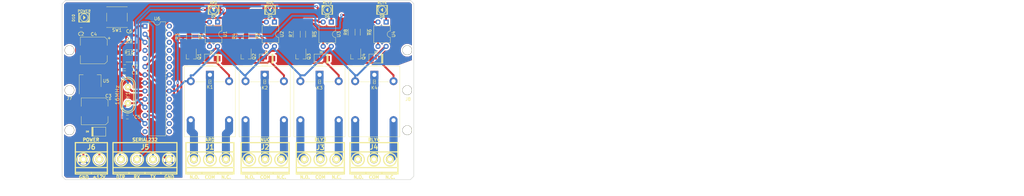
<source format=kicad_pcb>
(kicad_pcb (version 20171130) (host pcbnew "(5.0.0)")
  (layers (0 F.Cu signal) (31 B.Cu signal) (34 B.Paste user) (35 F.Paste user) (36 B.SilkS user) (37 F.SilkS user) (38 B.Mask user) (39 F.Mask user) (44 Edge.Cuts user))
  (net 0 "")
  (net 1 +5V)
  (net 2 GND)
  (net 3 "Net-(C5-Pad2)")
  (net 4 "Net-(C6-Pad2)")
  (net 5 DTR)
  (net 6 D7)
  (net 7 D6)
  (net 8 D5)
  (net 9 D4)
  (net 10 Tx)
  (net 11 Rx)
  (net 12 +12V)
  (net 13 "Net-(D1-Pad2)")
  (net 14 "Net-(D3-Pad2)")
  (net 15 "Net-(D5-Pad2)")
  (net 16 "Net-(Q1-Pad1)")
  (net 17 "Net-(D4-Pad1)")
  (net 18 "Net-(J4-Pad3)")
  (net 19 "Net-(J4-Pad1)")
  (net 20 "Net-(J4-Pad2)")
  (net 21 "Net-(R4-Pad2)")
  (net 22 "Net-(R5-Pad1)")
  (net 23 "Net-(D6-Pad1)")
  (net 24 "Net-(D7-Pad2)")
  (net 25 "Net-(D8-Pad1)")
  (net 26 "Net-(D9-Pad2)")
  (net 27 "Net-(J3-Pad3)")
  (net 28 "Net-(J3-Pad1)")
  (net 29 "Net-(J3-Pad2)")
  (net 30 "Net-(Q2-Pad1)")
  (net 31 "Net-(Q3-Pad1)")
  (net 32 "Net-(Q4-Pad1)")
  (net 33 "Net-(R8-Pad2)")
  (net 34 "Net-(D2-Pad1)")
  (net 35 "Net-(D10-Pad2)")
  (net 36 "Net-(J1-Pad2)")
  (net 37 "Net-(J1-Pad1)")
  (net 38 "Net-(J1-Pad3)")
  (net 39 "Net-(J2-Pad3)")
  (net 40 "Net-(J2-Pad1)")
  (net 41 "Net-(J2-Pad2)")
  (net 42 "Net-(R3-Pad2)")
  (net 43 "Net-(R6-Pad1)")
  (net 44 "Net-(C1-Pad2)")
  (net 45 "Net-(R1-Pad1)")
  (net 46 "Net-(R2-Pad1)")
  (net 47 "Net-(R7-Pad2)")
  (module Panasonic:JS1-5V-F (layer F.Cu) (at 166.37 83.82)
    (fp_text reference K3 (at 0 4.064) (layer F.SilkS))
    (fp_text value JS1-5V-F)
    (pad 1 thru_hole rect (at 0 0) (size 2.5 2.5) (drill 1.3) (layers *.Cu *.Mask) (net 29 "Net-(J3-Pad2)"))
    (pad 2 thru_hole oval (at -6 2) (size 2.5 2.5) (drill 1.3) (layers *.Cu *.Mask) (net 1 +5V))
    (pad 3 thru_hole oval (at -6 14.2) (size 2.5 2.5) (drill 1.3) (layers *.Cu *.Mask) (net 28 "Net-(J3-Pad1)"))
    (pad 4 thru_hole oval (at 6 14.2) (size 2.5 2.5) (drill 1.3) (layers *.Cu *.Mask) (net 27 "Net-(J3-Pad3)"))
    (pad 5 thru_hole oval (at 6 2) (size 2.5 2.5) (drill 1.3) (layers *.Cu *.Mask) (net 15 "Net-(D5-Pad2)"))
  )
  (module Panasonic:JS1-5V-F (layer F.Cu) (at 183.515 83.82)
    (fp_text reference K4 (at 0 4.064) (layer F.SilkS))
    (fp_text value JS1-5V-F)
    (pad 5 thru_hole oval (at 6 2) (size 2.5 2.5) (drill 1.3) (layers *.Cu *.Mask) (net 24 "Net-(D7-Pad2)"))
    (pad 4 thru_hole oval (at 6 14.2) (size 2.5 2.5) (drill 1.3) (layers *.Cu *.Mask) (net 18 "Net-(J4-Pad3)"))
    (pad 3 thru_hole oval (at -6 14.2) (size 2.5 2.5) (drill 1.3) (layers *.Cu *.Mask) (net 19 "Net-(J4-Pad1)"))
    (pad 2 thru_hole oval (at -6 2) (size 2.5 2.5) (drill 1.3) (layers *.Cu *.Mask) (net 1 +5V))
    (pad 1 thru_hole rect (at 0 0) (size 2.5 2.5) (drill 1.3) (layers *.Cu *.Mask) (net 20 "Net-(J4-Pad2)"))
  )
  (module Resistors_SMD:R_1206_HandSoldering (layer F.Cu) (at 145.288 71.66 270)
    (fp_text reference R2 (at 0 -1.85 270) (layer F.SilkS))
    (fp_text value 10K)
    (pad 1 smd rect (at -2 0 270) (size 2 1.7) (layers F.Cu F.Paste F.Mask) (net 46 "Net-(R2-Pad1)"))
    (pad 2 smd rect (at 2 0 270) (size 2 1.7) (layers F.Cu F.Paste F.Mask) (net 30 "Net-(Q2-Pad1)"))
  )
  (module Capacitors_SMD:C_0603_HandSoldering (layer F.Cu) (at 106.238 97.028 180)
    (fp_text reference C5 (at -3.175 0 180) (layer F.SilkS))
    (fp_text value 22pF)
    (pad 1 smd rect (at -0.95 0 180) (size 1.2 0.75) (layers F.Cu F.Paste F.Mask) (net 2 GND))
    (pad 2 smd rect (at 0.95 0 180) (size 1.2 0.75) (layers F.Cu F.Paste F.Mask) (net 3 "Net-(C5-Pad2)"))
  )
  (module Capacitors_SMD:C_0603_HandSoldering (layer F.Cu) (at 106.807 71.4375)
    (fp_text reference C6 (at 0 -1.25) (layer F.SilkS))
    (fp_text value 0.1uF)
    (pad 1 smd rect (at -0.95 0) (size 1.2 0.75) (layers F.Cu F.Paste F.Mask) (net 5 DTR))
    (pad 2 smd rect (at 0.95 0) (size 1.2 0.75) (layers F.Cu F.Paste F.Mask) (net 4 "Net-(C6-Pad2)"))
  )
  (module Panasonic:JS1-5V-F (layer F.Cu) (at 132.08 83.82)
    (fp_text reference K1 (at 0 3.81) (layer F.SilkS))
    (fp_text value JS1-5V-F)
    (pad 1 thru_hole rect (at 0 0) (size 2.5 2.5) (drill 1.3) (layers *.Cu *.Mask) (net 36 "Net-(J1-Pad2)"))
    (pad 2 thru_hole oval (at -6 2) (size 2.5 2.5) (drill 1.3) (layers *.Cu *.Mask) (net 1 +5V))
    (pad 3 thru_hole oval (at -6 14.2) (size 2.5 2.5) (drill 1.3) (layers *.Cu *.Mask) (net 37 "Net-(J1-Pad1)"))
    (pad 4 thru_hole oval (at 6 14.2) (size 2.5 2.5) (drill 1.3) (layers *.Cu *.Mask) (net 38 "Net-(J1-Pad3)"))
    (pad 5 thru_hole oval (at 6 2) (size 2.5 2.5) (drill 1.3) (layers *.Cu *.Mask) (net 13 "Net-(D1-Pad2)"))
  )
  (module Resistors_SMD:R_1206_HandSoldering (layer F.Cu) (at 127.508 71.755 270)
    (fp_text reference R1 (at 0 -1.85 270) (layer F.SilkS))
    (fp_text value 10K)
    (pad 2 smd rect (at 2 0 270) (size 2 1.7) (layers F.Cu F.Paste F.Mask) (net 16 "Net-(Q1-Pad1)"))
    (pad 1 smd rect (at -2 0 270) (size 2 1.7) (layers F.Cu F.Paste F.Mask) (net 45 "Net-(R1-Pad1)"))
  )
  (module w_smd_leds:Led_PLCC2_3528 (layer F.Cu) (at 150.901 63.5 180)
    (fp_text reference D4 (at 0 -2.10058 180) (layer F.SilkS) (effects (font (size 0.8001 0.8001) (thickness 0.14986))))
    (fp_text value NUC (at 0 2.19964 180) (layer F.SilkS) (effects (font (size 0.8001 0.8001) (thickness 0.14986))))
    (pad 1 smd rect (at -1.4986 0 180) (size 1.79578 2.69748) (layers F.Cu F.Paste F.Mask) (net 17 "Net-(D4-Pad1)"))
    (pad 2 smd rect (at 1.4986 0 180) (size 1.79578 2.69748) (layers F.Cu F.Paste F.Mask) (net 9 D4))
  )
  (module TO_SOT_Packages_SMD:SOT-23_Handsoldering (layer F.Cu) (at 126.238 78.105 270)
    (fp_text reference Q1 (at 0 -2.5 270) (layer F.SilkS))
    (fp_text value MMBT5551L)
    (pad 1 smd rect (at -1.5 -0.95 270) (size 1.9 0.8) (layers F.Cu F.Paste F.Mask) (net 16 "Net-(Q1-Pad1)"))
    (pad 2 smd rect (at -1.5 0.95 270) (size 1.9 0.8) (layers F.Cu F.Paste F.Mask) (net 2 GND))
    (pad 3 smd rect (at 1.5 0 270) (size 1.9 0.8) (layers F.Cu F.Paste F.Mask) (net 13 "Net-(D1-Pad2)"))
  )
  (module Resistors_SMD:R_1206_HandSoldering (layer F.Cu) (at 123.698 71.85 90)
    (fp_text reference R3 (at 0 -1.85 90) (layer F.SilkS))
    (fp_text value 1K)
    (pad 2 smd rect (at 2 0 90) (size 2 1.7) (layers F.Cu F.Paste F.Mask) (net 42 "Net-(R3-Pad2)"))
    (pad 1 smd rect (at -2 0 90) (size 2 1.7) (layers F.Cu F.Paste F.Mask) (net 2 GND))
  )
  (module Resistors_SMD:R_1206_HandSoldering (layer F.Cu) (at 141.478 71.755 90)
    (fp_text reference R4 (at 0 -1.85 90) (layer F.SilkS))
    (fp_text value 1K)
    (pad 1 smd rect (at -2 0 90) (size 2 1.7) (layers F.Cu F.Paste F.Mask) (net 2 GND))
    (pad 2 smd rect (at 2 0 90) (size 2 1.7) (layers F.Cu F.Paste F.Mask) (net 21 "Net-(R4-Pad2)"))
  )
  (module Resistors_SMD:R_1206_HandSoldering (layer F.Cu) (at 163.068 71.12 270)
    (fp_text reference R5 (at 0 -1.85 270) (layer F.SilkS))
    (fp_text value 10K)
    (pad 2 smd rect (at 2 0 270) (size 2 1.7) (layers F.Cu F.Paste F.Mask) (net 31 "Net-(Q3-Pad1)"))
    (pad 1 smd rect (at -2 0 270) (size 2 1.7) (layers F.Cu F.Paste F.Mask) (net 22 "Net-(R5-Pad1)"))
  )
  (module Housings_DIP:DIP-4_W7.62mm (layer F.Cu) (at 170.053 67.31 270)
    (fp_text reference U3 (at 3.81 -2.33 270) (layer F.SilkS))
    (fp_text value PC817)
    (pad 4 thru_hole oval (at 7.62 0 270) (size 1.6 1.6) (drill 0.8) (layers *.Cu *.Mask) (net 1 +5V))
    (pad 2 thru_hole oval (at 0 2.54 270) (size 1.6 1.6) (drill 0.8) (layers *.Cu *.Mask) (net 47 "Net-(R7-Pad2)"))
    (pad 3 thru_hole oval (at 7.62 2.54 270) (size 1.6 1.6) (drill 0.8) (layers *.Cu *.Mask) (net 22 "Net-(R5-Pad1)"))
    (pad 1 thru_hole rect (at 0 0 270) (size 1.6 1.6) (drill 0.8) (layers *.Cu *.Mask) (net 23 "Net-(D6-Pad1)"))
  )
  (module w_crystal:crystal_hc-49s (layer F.Cu) (at 106.426 90.17 270)
    (fp_text reference Y1 (at 0 0 270) (layer F.SilkS) (effects (font (size 1.143 1.27) (thickness 0.1524))))
    (fp_text value 16MHz (at 0 3.302 270) (layer F.SilkS) (effects (font (size 1.143 1.27) (thickness 0.1524))))
    (pad 1 thru_hole circle (at -2.54 0 270) (size 1.99898 1.99898) (drill 0.8001) (layers *.Cu *.Mask F.SilkS) (net 44 "Net-(C1-Pad2)"))
    (pad 2 thru_hole circle (at 2.54 0 270) (size 1.99898 1.99898) (drill 0.8001) (layers *.Cu *.Mask F.SilkS) (net 3 "Net-(C5-Pad2)"))
  )
  (module w_conn_mkds:mkds_1,5-3 (layer F.Cu) (at 183.388 110.236)
    (fp_text reference J4 (at 0 -3.81) (layer F.SilkS) (effects (font (size 1.5 1.5) (thickness 0.3))))
    (fp_text value RLY4 (at 0 -6.096) (layer F.SilkS) (effects (font (thickness 0.25))))
    (pad 3 thru_hole circle (at 5 0) (size 2.5 2.5) (drill 1.3) (layers *.Cu *.Mask F.SilkS) (net 18 "Net-(J4-Pad3)"))
    (pad 1 thru_hole circle (at -5 0) (size 2.5 2.5) (drill 1.3) (layers *.Cu *.Mask F.SilkS) (net 19 "Net-(J4-Pad1)"))
    (pad 2 thru_hole circle (at 0 0) (size 2.5 2.5) (drill 1.3) (layers *.Cu *.Mask F.SilkS) (net 20 "Net-(J4-Pad2)"))
  )
  (module w_smd_diode:do214ac (layer F.Cu) (at 184.023 78.74)
    (fp_text reference D7 (at 0 -1.9685) (layer F.SilkS) (effects (font (size 0.50038 0.50038) (thickness 0.11938))))
    (fp_text value 1N4001 hide)
    (pad 1 smd rect (at -1.72974 0) (size 2.10058 1.69926) (layers F.Cu F.Paste F.Mask) (net 1 +5V))
    (pad 2 smd rect (at 1.72974 0) (size 2.10058 1.69926) (layers F.Cu F.Paste F.Mask) (net 24 "Net-(D7-Pad2)"))
  )
  (module w_smd_diode:do214ac (layer F.Cu) (at 97.282 101.6 180)
    (fp_text reference D9 (at 3.556 0 180) (layer F.SilkS) (effects (font (size 0.50038 0.50038) (thickness 0.11938))))
    (fp_text value 1N4001 hide)
    (pad 2 smd rect (at 1.72974 0 180) (size 2.10058 1.69926) (layers F.Cu F.Paste F.Mask) (net 26 "Net-(D9-Pad2)"))
    (pad 1 smd rect (at -1.72974 0 180) (size 2.10058 1.69926) (layers F.Cu F.Paste F.Mask) (net 12 +12V))
  )
  (module w_conn_mkds:mkds_1,5-3 (layer F.Cu) (at 166.624 110.236)
    (fp_text reference J3 (at 0 -3.683) (layer F.SilkS) (effects (font (size 1.5 1.5) (thickness 0.3))))
    (fp_text value RLY3 (at 0 -6.096) (layer F.SilkS) (effects (font (thickness 0.25))))
    (pad 3 thru_hole circle (at 5 0) (size 2.5 2.5) (drill 1.3) (layers *.Cu *.Mask F.SilkS) (net 27 "Net-(J3-Pad3)"))
    (pad 1 thru_hole circle (at -5 0) (size 2.5 2.5) (drill 1.3) (layers *.Cu *.Mask F.SilkS) (net 28 "Net-(J3-Pad1)"))
    (pad 2 thru_hole circle (at 0 0) (size 2.5 2.5) (drill 1.3) (layers *.Cu *.Mask F.SilkS) (net 29 "Net-(J3-Pad2)"))
  )
  (module Panasonic:JS1-5V-F (layer F.Cu) (at 149.225 83.82)
    (fp_text reference K2 (at 0 4.064) (layer F.SilkS))
    (fp_text value JS1-5V-F)
    (pad 1 thru_hole rect (at 0 0) (size 2.5 2.5) (drill 1.3) (layers *.Cu *.Mask) (net 41 "Net-(J2-Pad2)"))
    (pad 2 thru_hole oval (at -6 2) (size 2.5 2.5) (drill 1.3) (layers *.Cu *.Mask) (net 1 +5V))
    (pad 3 thru_hole oval (at -6 14.2) (size 2.5 2.5) (drill 1.3) (layers *.Cu *.Mask) (net 40 "Net-(J2-Pad1)"))
    (pad 4 thru_hole oval (at 6 14.2) (size 2.5 2.5) (drill 1.3) (layers *.Cu *.Mask) (net 39 "Net-(J2-Pad3)"))
    (pad 5 thru_hole oval (at 6 2) (size 2.5 2.5) (drill 1.3) (layers *.Cu *.Mask) (net 14 "Net-(D3-Pad2)"))
  )
  (module TO_SOT_Packages_SMD:SOT-23_Handsoldering (layer F.Cu) (at 143.383 78.105 270)
    (fp_text reference Q2 (at 0 -2.5 270) (layer F.SilkS))
    (fp_text value MMBT5551L)
    (pad 1 smd rect (at -1.5 -0.95 270) (size 1.9 0.8) (layers F.Cu F.Paste F.Mask) (net 30 "Net-(Q2-Pad1)"))
    (pad 2 smd rect (at -1.5 0.95 270) (size 1.9 0.8) (layers F.Cu F.Paste F.Mask) (net 2 GND))
    (pad 3 smd rect (at 1.5 0 270) (size 1.9 0.8) (layers F.Cu F.Paste F.Mask) (net 14 "Net-(D3-Pad2)"))
  )
  (module TO_SOT_Packages_SMD:SOT-23_Handsoldering (layer F.Cu) (at 160.528 78.105 270)
    (fp_text reference Q3 (at 0 -2.5 270) (layer F.SilkS))
    (fp_text value MMBT5551L)
    (pad 1 smd rect (at -1.5 -0.95 270) (size 1.9 0.8) (layers F.Cu F.Paste F.Mask) (net 31 "Net-(Q3-Pad1)"))
    (pad 2 smd rect (at -1.5 0.95 270) (size 1.9 0.8) (layers F.Cu F.Paste F.Mask) (net 2 GND))
    (pad 3 smd rect (at 1.5 0 270) (size 1.9 0.8) (layers F.Cu F.Paste F.Mask) (net 15 "Net-(D5-Pad2)"))
  )
  (module TO_SOT_Packages_SMD:SOT-23_Handsoldering (layer F.Cu) (at 177.673 78.105 270)
    (fp_text reference Q4 (at 0 -2.5 270) (layer F.SilkS))
    (fp_text value MMBT5551L)
    (pad 3 smd rect (at 1.5 0 270) (size 1.9 0.8) (layers F.Cu F.Paste F.Mask) (net 24 "Net-(D7-Pad2)"))
    (pad 2 smd rect (at -1.5 0.95 270) (size 1.9 0.8) (layers F.Cu F.Paste F.Mask) (net 2 GND))
    (pad 1 smd rect (at -1.5 -0.95 270) (size 1.9 0.8) (layers F.Cu F.Paste F.Mask) (net 32 "Net-(Q4-Pad1)"))
  )
  (module Resistors_SMD:R_1206_HandSoldering (layer F.Cu) (at 180.213 70.485 270)
    (fp_text reference R6 (at 0 -1.85 270) (layer F.SilkS))
    (fp_text value 10K)
    (pad 2 smd rect (at 2 0 270) (size 2 1.7) (layers F.Cu F.Paste F.Mask) (net 32 "Net-(Q4-Pad1)"))
    (pad 1 smd rect (at -2 0 270) (size 2 1.7) (layers F.Cu F.Paste F.Mask) (net 43 "Net-(R6-Pad1)"))
  )
  (module Resistors_SMD:R_1206_HandSoldering (layer F.Cu) (at 159.258 71.12 90)
    (fp_text reference R7 (at 0 -1.85 90) (layer F.SilkS))
    (fp_text value 1K)
    (pad 1 smd rect (at -2 0 90) (size 2 1.7) (layers F.Cu F.Paste F.Mask) (net 2 GND))
    (pad 2 smd rect (at 2 0 90) (size 2 1.7) (layers F.Cu F.Paste F.Mask) (net 47 "Net-(R7-Pad2)"))
  )
  (module Resistors_SMD:R_1206_HandSoldering (layer F.Cu) (at 176.403 70.485 90)
    (fp_text reference R8 (at 0 -1.85 90) (layer F.SilkS))
    (fp_text value 1K)
    (pad 2 smd rect (at 2 0 90) (size 2 1.7) (layers F.Cu F.Paste F.Mask) (net 33 "Net-(R8-Pad2)"))
    (pad 1 smd rect (at -2 0 90) (size 2 1.7) (layers F.Cu F.Paste F.Mask) (net 2 GND))
  )
  (module Resistors_SMD:R_1206_HandSoldering (layer F.Cu) (at 106.807 74.93 180)
    (fp_text reference R9 (at 0 1.651 180) (layer F.SilkS))
    (fp_text value 330)
    (pad 1 smd rect (at -2 0 180) (size 2 1.7) (layers F.Cu F.Paste F.Mask) (net 35 "Net-(D10-Pad2)"))
    (pad 2 smd rect (at 2 0 180) (size 2 1.7) (layers F.Cu F.Paste F.Mask) (net 2 GND))
  )
  (module Resistors_SMD:R_1206_HandSoldering (layer F.Cu) (at 106.807 78.74)
    (fp_text reference R10 (at 0 -1.85) (layer F.SilkS))
    (fp_text value 10K)
    (pad 2 smd rect (at 2 0) (size 2 1.7) (layers F.Cu F.Paste F.Mask) (net 4 "Net-(C6-Pad2)"))
    (pad 1 smd rect (at -2 0) (size 2 1.7) (layers F.Cu F.Paste F.Mask) (net 1 +5V))
  )
  (module Housings_DIP:DIP-4_W7.62mm (layer F.Cu) (at 187.198 67.31 270)
    (fp_text reference U4 (at 3.81 -2.33 270) (layer F.SilkS))
    (fp_text value PC817)
    (pad 4 thru_hole oval (at 7.62 0 270) (size 1.6 1.6) (drill 0.8) (layers *.Cu *.Mask) (net 1 +5V))
    (pad 2 thru_hole oval (at 0 2.54 270) (size 1.6 1.6) (drill 0.8) (layers *.Cu *.Mask) (net 33 "Net-(R8-Pad2)"))
    (pad 3 thru_hole oval (at 7.62 2.54 270) (size 1.6 1.6) (drill 0.8) (layers *.Cu *.Mask) (net 43 "Net-(R6-Pad1)"))
    (pad 1 thru_hole rect (at 0 0 270) (size 1.6 1.6) (drill 0.8) (layers *.Cu *.Mask) (net 25 "Net-(D8-Pad1)"))
  )
  (module w_smd_leds:Led_PLCC2_3528 (layer F.Cu) (at 133.223 63.5 180)
    (fp_text reference D2 (at 0 -2.10058 180) (layer F.SilkS) (effects (font (size 0.8001 0.8001) (thickness 0.14986))))
    (fp_text value ARD (at 0 2.19964 180) (layer F.SilkS) (effects (font (size 0.8001 0.8001) (thickness 0.14986))))
    (pad 2 smd rect (at 1.4986 0 180) (size 1.79578 2.69748) (layers F.Cu F.Paste F.Mask) (net 8 D5))
    (pad 1 smd rect (at -1.4986 0 180) (size 1.79578 2.69748) (layers F.Cu F.Paste F.Mask) (net 34 "Net-(D2-Pad1)"))
  )
  (module w_conn_mkds:mkds_1,5-3 (layer F.Cu) (at 132.08 110.236)
    (fp_text reference J1 (at 0 -3.81) (layer F.SilkS) (effects (font (size 1.5 1.5) (thickness 0.3))))
    (fp_text value ARD (at 0 -6.096) (layer F.SilkS) (effects (font (thickness 0.25))))
    (pad 2 thru_hole circle (at 0 0) (size 2.5 2.5) (drill 1.3) (layers *.Cu *.Mask F.SilkS) (net 36 "Net-(J1-Pad2)"))
    (pad 1 thru_hole circle (at -5 0) (size 2.5 2.5) (drill 1.3) (layers *.Cu *.Mask F.SilkS) (net 37 "Net-(J1-Pad1)"))
    (pad 3 thru_hole circle (at 5 0) (size 2.5 2.5) (drill 1.3) (layers *.Cu *.Mask F.SilkS) (net 38 "Net-(J1-Pad3)"))
  )
  (module w_conn_mkds:mkds_1,5-3 (layer F.Cu) (at 149.352 110.236)
    (fp_text reference J2 (at 0 -3.81) (layer F.SilkS) (effects (font (size 1.5 1.5) (thickness 0.3))))
    (fp_text value NUC (at 0 -6.096) (layer F.SilkS) (effects (font (thickness 0.25))))
    (pad 3 thru_hole circle (at 5 0) (size 2.5 2.5) (drill 1.3) (layers *.Cu *.Mask F.SilkS) (net 39 "Net-(J2-Pad3)"))
    (pad 1 thru_hole circle (at -5 0) (size 2.5 2.5) (drill 1.3) (layers *.Cu *.Mask F.SilkS) (net 40 "Net-(J2-Pad1)"))
    (pad 2 thru_hole circle (at 0 0) (size 2.5 2.5) (drill 1.3) (layers *.Cu *.Mask F.SilkS) (net 41 "Net-(J2-Pad2)"))
  )
  (module Housings_DIP:DIP-4_W7.62mm (layer F.Cu) (at 134.493 67.31 270)
    (fp_text reference U1 (at 3.81 -2.33 270) (layer F.SilkS))
    (fp_text value PC817)
    (pad 4 thru_hole oval (at 7.62 0 270) (size 1.6 1.6) (drill 0.8) (layers *.Cu *.Mask) (net 1 +5V))
    (pad 2 thru_hole oval (at 0 2.54 270) (size 1.6 1.6) (drill 0.8) (layers *.Cu *.Mask) (net 42 "Net-(R3-Pad2)"))
    (pad 3 thru_hole oval (at 7.62 2.54 270) (size 1.6 1.6) (drill 0.8) (layers *.Cu *.Mask) (net 45 "Net-(R1-Pad1)"))
    (pad 1 thru_hole rect (at 0 0 270) (size 1.6 1.6) (drill 0.8) (layers *.Cu *.Mask) (net 34 "Net-(D2-Pad1)"))
  )
  (module Housings_DIP:DIP-4_W7.62mm (layer F.Cu) (at 152.273 67.31 270)
    (fp_text reference U2 (at 3.81 -2.33 270) (layer F.SilkS))
    (fp_text value PC817)
    (pad 1 thru_hole rect (at 0 0 270) (size 1.6 1.6) (drill 0.8) (layers *.Cu *.Mask) (net 17 "Net-(D4-Pad1)"))
    (pad 3 thru_hole oval (at 7.62 2.54 270) (size 1.6 1.6) (drill 0.8) (layers *.Cu *.Mask) (net 46 "Net-(R2-Pad1)"))
    (pad 2 thru_hole oval (at 0 2.54 270) (size 1.6 1.6) (drill 0.8) (layers *.Cu *.Mask) (net 21 "Net-(R4-Pad2)"))
    (pad 4 thru_hole oval (at 7.62 0 270) (size 1.6 1.6) (drill 0.8) (layers *.Cu *.Mask) (net 1 +5V))
  )
  (module Capacitors_SMD:C_0603_HandSoldering (layer F.Cu) (at 105.41 83.185 180)
    (fp_text reference C1 (at -3.175 0 180) (layer F.SilkS))
    (fp_text value 22pF)
    (pad 2 smd rect (at 0.95 0 180) (size 1.2 0.75) (layers F.Cu F.Paste F.Mask) (net 44 "Net-(C1-Pad2)"))
    (pad 1 smd rect (at -0.95 0 180) (size 1.2 0.75) (layers F.Cu F.Paste F.Mask) (net 2 GND))
  )
  (module Capacitors_SMD:C_0603_HandSoldering (layer F.Cu) (at 91.821 69.6468)
    (fp_text reference C2 (at -0.0635 1.4097 -180) (layer F.SilkS))
    (fp_text value 100nF)
    (pad 1 smd rect (at -0.95 0) (size 1.2 0.75) (layers F.Cu F.Paste F.Mask) (net 1 +5V))
    (pad 2 smd rect (at 0.95 0) (size 1.2 0.75) (layers F.Cu F.Paste F.Mask) (net 2 GND))
  )
  (module w_smd_diode:do214ac (layer F.Cu) (at 132.588 78.74)
    (fp_text reference D1 (at 0 -1.9685) (layer F.SilkS) (effects (font (size 0.50038 0.50038) (thickness 0.11938))))
    (fp_text value 1N4001 hide)
    (pad 1 smd rect (at -1.72974 0) (size 2.10058 1.69926) (layers F.Cu F.Paste F.Mask) (net 1 +5V))
    (pad 2 smd rect (at 1.72974 0) (size 2.10058 1.69926) (layers F.Cu F.Paste F.Mask) (net 13 "Net-(D1-Pad2)"))
  )
  (module w_smd_diode:do214ac (layer F.Cu) (at 149.733 78.74)
    (fp_text reference D3 (at 0 -1.9685) (layer F.SilkS) (effects (font (size 0.50038 0.50038) (thickness 0.11938))))
    (fp_text value 1N4001 hide)
    (pad 2 smd rect (at 1.72974 0) (size 2.10058 1.69926) (layers F.Cu F.Paste F.Mask) (net 14 "Net-(D3-Pad2)"))
    (pad 1 smd rect (at -1.72974 0) (size 2.10058 1.69926) (layers F.Cu F.Paste F.Mask) (net 1 +5V))
  )
  (module w_smd_diode:do214ac (layer F.Cu) (at 166.878 78.74)
    (fp_text reference D5 (at 0 -1.9685) (layer F.SilkS) (effects (font (size 0.50038 0.50038) (thickness 0.11938))))
    (fp_text value 1N4001 hide)
    (pad 2 smd rect (at 1.72974 0) (size 2.10058 1.69926) (layers F.Cu F.Paste F.Mask) (net 15 "Net-(D5-Pad2)"))
    (pad 1 smd rect (at -1.72974 0) (size 2.10058 1.69926) (layers F.Cu F.Paste F.Mask) (net 1 +5V))
  )
  (module w_smd_leds:Led_PLCC2_3528 (layer F.Cu) (at 168.783 63.5 180)
    (fp_text reference D6 (at 0 -2.10058 180) (layer F.SilkS) (effects (font (size 0.8001 0.8001) (thickness 0.14986))))
    (fp_text value RLY3 (at 0 2.19964 180) (layer F.SilkS) (effects (font (size 0.8001 0.8001) (thickness 0.14986))))
    (pad 1 smd rect (at -1.4986 0 180) (size 1.79578 2.69748) (layers F.Cu F.Paste F.Mask) (net 23 "Net-(D6-Pad1)"))
    (pad 2 smd rect (at 1.4986 0 180) (size 1.79578 2.69748) (layers F.Cu F.Paste F.Mask) (net 6 D7))
  )
  (module w_smd_leds:Led_PLCC2_3528 (layer F.Cu) (at 185.928 63.5 180)
    (fp_text reference D8 (at 0 -2.10058 180) (layer F.SilkS) (effects (font (size 0.8001 0.8001) (thickness 0.14986))))
    (fp_text value RLY4 (at 0 2.19964 180) (layer F.SilkS) (effects (font (size 0.8001 0.8001) (thickness 0.14986))))
    (pad 2 smd rect (at 1.4986 0 180) (size 1.79578 2.69748) (layers F.Cu F.Paste F.Mask) (net 7 D6))
    (pad 1 smd rect (at -1.4986 0 180) (size 1.79578 2.69748) (layers F.Cu F.Paste F.Mask) (net 25 "Net-(D8-Pad1)"))
  )
  (module w_smd_leds:Led_PLCC2_3528 (layer F.Cu) (at 92.7354 65.913)
    (fp_text reference D10 (at -3.3274 0.127 90) (layer F.SilkS) (effects (font (size 0.8001 0.8001) (thickness 0.14986))))
    (fp_text value POWER (at 0 -2.032) (layer F.SilkS) (effects (font (size 0.8001 0.8001) (thickness 0.14986))))
    (pad 1 smd rect (at -1.4986 0) (size 1.79578 2.69748) (layers F.Cu F.Paste F.Mask) (net 1 +5V))
    (pad 2 smd rect (at 1.4986 0) (size 1.79578 2.69748) (layers F.Cu F.Paste F.Mask) (net 35 "Net-(D10-Pad2)"))
  )
  (module w_conn_mkds:mkds_1,5-4 (layer F.Cu) (at 111.76 110.236)
    (fp_text reference J5 (at 0 -3.81) (layer F.SilkS) (effects (font (size 1.5 1.5) (thickness 0.3))))
    (fp_text value SERIAL232 (at 0 -6.096) (layer F.SilkS) (effects (font (thickness 0.25))))
    (pad 4 thru_hole circle (at 7.5 0) (size 2.5 2.5) (drill 1.3) (layers *.Cu *.Mask F.SilkS) (net 2 GND))
    (pad 3 thru_hole circle (at 2.5 0) (size 2.5 2.5) (drill 1.3) (layers *.Cu *.Mask F.SilkS) (net 10 Tx))
    (pad 1 thru_hole circle (at -7.5 0) (size 2.5 2.5) (drill 1.3) (layers *.Cu *.Mask F.SilkS) (net 5 DTR))
    (pad 2 thru_hole circle (at -2.5 0) (size 2.5 2.5) (drill 1.3) (layers *.Cu *.Mask F.SilkS) (net 11 Rx))
  )
  (module w_conn_mkds:mkds_1,5-2 (layer F.Cu) (at 94.996 110.236)
    (fp_text reference J6 (at 0 -3.81) (layer F.SilkS) (effects (font (size 1.5 1.5) (thickness 0.3))))
    (fp_text value POWER (at -0.127 -6.096) (layer F.SilkS) (effects (font (thickness 0.25))))
    (pad 1 thru_hole circle (at -2.5 0) (size 2.5 2.5) (drill 1.3) (layers *.Cu *.Mask F.SilkS) (net 2 GND))
    (pad 2 thru_hole circle (at 2.5 0) (size 2.5 2.5) (drill 1.3) (layers *.Cu *.Mask F.SilkS) (net 26 "Net-(D9-Pad2)"))
  )
  (module TO_SOT_Packages_SMD:SOT-223-3Lead_TabPin2 (layer F.Cu) (at 94.615 85.725 90)
    (fp_text reference U5 (at 0 4.953 180) (layer F.SilkS))
    (fp_text value AMS1117-5.0)
    (pad 2 smd rect (at 3.15 0 90) (size 2 3.8) (layers F.Cu F.Paste F.Mask) (net 1 +5V))
    (pad 2 smd rect (at -3.15 0 90) (size 2 1.5) (layers F.Cu F.Paste F.Mask) (net 1 +5V))
    (pad 3 smd rect (at -3.15 2.3 90) (size 2 1.5) (layers F.Cu F.Paste F.Mask) (net 12 +12V))
    (pad 1 smd rect (at -3.15 -2.3 90) (size 2 1.5) (layers F.Cu F.Paste F.Mask) (net 2 GND))
  )
  (module Housings_DIP:DIP-28_W7.62mm (layer F.Cu) (at 111.76 68.58)
    (fp_text reference U6 (at 3.81 -2.33) (layer F.SilkS))
    (fp_text value ATmega328P-PU)
    (pad 28 thru_hole oval (at 7.62 0) (size 1.6 1.6) (drill 0.8) (layers *.Cu *.Mask))
    (pad 14 thru_hole oval (at 0 33.02) (size 1.6 1.6) (drill 0.8) (layers *.Cu *.Mask))
    (pad 27 thru_hole oval (at 7.62 2.54) (size 1.6 1.6) (drill 0.8) (layers *.Cu *.Mask))
    (pad 13 thru_hole oval (at 0 30.48) (size 1.6 1.6) (drill 0.8) (layers *.Cu *.Mask) (net 6 D7))
    (pad 26 thru_hole oval (at 7.62 5.08) (size 1.6 1.6) (drill 0.8) (layers *.Cu *.Mask))
    (pad 12 thru_hole oval (at 0 27.94) (size 1.6 1.6) (drill 0.8) (layers *.Cu *.Mask) (net 7 D6))
    (pad 25 thru_hole oval (at 7.62 7.62) (size 1.6 1.6) (drill 0.8) (layers *.Cu *.Mask))
    (pad 11 thru_hole oval (at 0 25.4) (size 1.6 1.6) (drill 0.8) (layers *.Cu *.Mask) (net 8 D5))
    (pad 24 thru_hole oval (at 7.62 10.16) (size 1.6 1.6) (drill 0.8) (layers *.Cu *.Mask))
    (pad 10 thru_hole oval (at 0 22.86) (size 1.6 1.6) (drill 0.8) (layers *.Cu *.Mask) (net 3 "Net-(C5-Pad2)"))
    (pad 23 thru_hole oval (at 7.62 12.7) (size 1.6 1.6) (drill 0.8) (layers *.Cu *.Mask))
    (pad 9 thru_hole oval (at 0 20.32) (size 1.6 1.6) (drill 0.8) (layers *.Cu *.Mask) (net 44 "Net-(C1-Pad2)"))
    (pad 22 thru_hole oval (at 7.62 15.24) (size 1.6 1.6) (drill 0.8) (layers *.Cu *.Mask) (net 2 GND))
    (pad 8 thru_hole oval (at 0 17.78) (size 1.6 1.6) (drill 0.8) (layers *.Cu *.Mask) (net 2 GND))
    (pad 21 thru_hole oval (at 7.62 17.78) (size 1.6 1.6) (drill 0.8) (layers *.Cu *.Mask))
    (pad 7 thru_hole oval (at 0 15.24) (size 1.6 1.6) (drill 0.8) (layers *.Cu *.Mask) (net 1 +5V))
    (pad 20 thru_hole oval (at 7.62 20.32) (size 1.6 1.6) (drill 0.8) (layers *.Cu *.Mask) (net 1 +5V))
    (pad 6 thru_hole oval (at 0 12.7) (size 1.6 1.6) (drill 0.8) (layers *.Cu *.Mask) (net 9 D4))
    (pad 19 thru_hole oval (at 7.62 22.86) (size 1.6 1.6) (drill 0.8) (layers *.Cu *.Mask))
    (pad 5 thru_hole oval (at 0 10.16) (size 1.6 1.6) (drill 0.8) (layers *.Cu *.Mask))
    (pad 18 thru_hole oval (at 7.62 25.4) (size 1.6 1.6) (drill 0.8) (layers *.Cu *.Mask))
    (pad 4 thru_hole oval (at 0 7.62) (size 1.6 1.6) (drill 0.8) (layers *.Cu *.Mask))
    (pad 17 thru_hole oval (at 7.62 27.94) (size 1.6 1.6) (drill 0.8) (layers *.Cu *.Mask))
    (pad 3 thru_hole oval (at 0 5.08) (size 1.6 1.6) (drill 0.8) (layers *.Cu *.Mask) (net 10 Tx))
    (pad 16 thru_hole oval (at 7.62 30.48) (size 1.6 1.6) (drill 0.8) (layers *.Cu *.Mask))
    (pad 2 thru_hole oval (at 0 2.54) (size 1.6 1.6) (drill 0.8) (layers *.Cu *.Mask) (net 11 Rx))
    (pad 15 thru_hole oval (at 7.62 33.02) (size 1.6 1.6) (drill 0.8) (layers *.Cu *.Mask))
    (pad 1 thru_hole rect (at 0 0) (size 1.6 1.6) (drill 0.8) (layers *.Cu *.Mask) (net 4 "Net-(C6-Pad2)"))
  )
  (module Capacitors_SMD:C_0603_HandSoldering (layer F.Cu) (at 105.41 81.28)
    (fp_text reference C7 (at 3.175 0) (layer F.SilkS))
    (fp_text value 100nF)
    (pad 2 smd rect (at 0.95 0) (size 1.2 0.75) (layers F.Cu F.Paste F.Mask) (net 2 GND))
    (pad 1 smd rect (at -0.95 0) (size 1.2 0.75) (layers F.Cu F.Paste F.Mask) (net 1 +5V))
  )
  (module Capacitors_SMD:CP_Elec_8x6.5 (layer F.Cu) (at 96.012 95.25 180)
    (fp_text reference C3 (at -4.318 4.826 180) (layer F.SilkS))
    (fp_text value 47uF)
    (fp_text user + (at -4.79 3.91 180) (layer F.SilkS))
    (pad 2 smd rect (at 3.05 0) (size 4 2.5) (layers F.Cu F.Paste F.Mask) (net 2 GND))
    (pad 1 smd rect (at -3.05 0) (size 4 2.5) (layers F.Cu F.Paste F.Mask) (net 12 +12V))
  )
  (module Capacitors_SMD:CP_Elec_8x6.5 (layer F.Cu) (at 95.758 76.2 180)
    (fp_text reference C4 (at 0 5.08 180) (layer F.SilkS))
    (fp_text value 47uF)
    (fp_text user + (at -4.79 3.91 180) (layer F.SilkS))
    (pad 1 smd rect (at -3.05 0) (size 4 2.5) (layers F.Cu F.Paste F.Mask) (net 1 +5V))
    (pad 2 smd rect (at 3.05 0) (size 4 2.5) (layers F.Cu F.Paste F.Mask) (net 2 GND))
  )
  (module RielDin:Bracket_RielDin_hole (layer F.Cu) (at 88.138 88.646)
    (fp_text reference J7 (at 0 2.54) (layer F.SilkS))
    (fp_text value hole)
    (pad 1 thru_hole circle (at 0 -12.5095) (size 3 3) (drill 2.7) (layers *.Cu *.Mask))
    (pad 2 thru_hole circle (at 0 0) (size 3 3) (drill 2.7) (layers *.Cu *.Mask))
    (pad 3 thru_hole circle (at 0 12.5095) (size 3 3) (drill 2.7) (layers *.Cu *.Mask))
  )
  (module RielDin:Bracket_RielDin_hole (layer F.Cu) (at 193.802 88.646)
    (fp_text reference J8 (at 0.254 2.794) (layer F.SilkS))
    (fp_text value hole)
    (pad 3 thru_hole circle (at 0 12.5095) (size 3 3) (drill 2.7) (layers *.Cu *.Mask))
    (pad 2 thru_hole circle (at 0 0) (size 3 3) (drill 2.7) (layers *.Cu *.Mask))
    (pad 1 thru_hole circle (at 0 -12.5095) (size 3 3) (drill 2.7) (layers *.Cu *.Mask))
  )
  (module Buttons_Switches_SMD:SW_SPST_PTS645 (layer F.Cu) (at 102.997 65.786 180)
    (fp_text reference SW1 (at 0 -4.05 180) (layer F.SilkS))
    (fp_text value RESET)
    (pad 2 smd rect (at 3.98 2.25 180) (size 1.55 1.3) (layers F.Cu F.Paste F.Mask) (net 2 GND))
    (pad 1 smd rect (at 3.98 -2.25 180) (size 1.55 1.3) (layers F.Cu F.Paste F.Mask) (net 4 "Net-(C6-Pad2)"))
    (pad 1 smd rect (at -3.98 -2.25 180) (size 1.55 1.3) (layers F.Cu F.Paste F.Mask) (net 4 "Net-(C6-Pad2)"))
    (pad 2 smd rect (at -3.98 2.25 180) (size 1.55 1.3) (layers F.Cu F.Paste F.Mask) (net 2 GND))
  )
  (gr_line (start 194.818 116.586) (end 195.8594 115.5446) (layer Edge.Cuts) (width 0.15))
  (gr_line (start 194.8434 60.579) (end 195.8594 61.5442) (layer Edge.Cuts) (width 0.15))
  (gr_line (start 85.852 61.595) (end 86.868 60.579) (layer Edge.Cuts) (width 0.15))
  (gr_line (start 86.8426 116.586) (end 85.852 115.57) (layer Edge.Cuts) (width 0.15))
  (gr_text COM (at 183.388 115.824) (layer F.SilkS) (effects (font (size 1 1) (thickness 0.25))))
  (gr_text N.O. (at 178.562 115.824) (layer F.SilkS) (effects (font (size 1 1) (thickness 0.25))))
  (gr_text N.C. (at 188.468 115.824) (layer F.SilkS) (effects (font (size 1 1) (thickness 0.25))))
  (gr_text N.O. (at 161.798 115.824) (layer F.SilkS) (effects (font (size 1 1) (thickness 0.25))))
  (gr_text COM (at 166.624 115.824) (layer F.SilkS) (effects (font (size 1 1) (thickness 0.25))))
  (gr_text N.C. (at 171.704 115.824) (layer F.SilkS) (effects (font (size 1 1) (thickness 0.25))))
  (gr_text N.C. (at 154.432 115.824) (layer F.SilkS) (effects (font (size 1 1) (thickness 0.25))))
  (gr_text N.O. (at 144.526 115.824) (layer F.SilkS) (effects (font (size 1 1) (thickness 0.25))))
  (gr_text COM (at 149.352 115.824) (layer F.SilkS) (effects (font (size 1 1) (thickness 0.25))))
  (gr_text COM (at 132.08 115.824) (layer F.SilkS) (effects (font (size 1 1) (thickness 0.25))))
  (gr_text N.C. (at 137.16 115.824) (layer F.SilkS) (effects (font (size 1 1) (thickness 0.25))))
  (gr_text N.O. (at 127.254 115.824) (layer F.SilkS) (effects (font (size 1 1) (thickness 0.25))))
  (gr_text "GND\n" (at 119.38 115.7732) (layer F.SilkS) (effects (font (size 1 1) (thickness 0.25))))
  (gr_text TX (at 114.3 115.7732) (layer F.SilkS) (effects (font (size 1 1) (thickness 0.25))))
  (gr_text RX (at 109.22 115.7732) (layer F.SilkS) (effects (font (size 1 1) (thickness 0.25))))
  (gr_text DTR (at 104.14 115.7732) (layer F.SilkS) (effects (font (size 1 1) (thickness 0.25))))
  (gr_line (start 85.852 115.57) (end 85.852 61.595) (layer Edge.Cuts) (width 0.15))
  (gr_line (start 86.868 60.579) (end 194.8434 60.579) (layer Edge.Cuts) (width 0.15))
  (gr_line (start 195.8594 115.5446) (end 195.8594 61.5442) (layer Edge.Cuts) (width 0.15))
  (gr_line (start 86.868 116.586) (end 194.818 116.586) (layer Edge.Cuts) (width 0.15))
  (gr_text +12V (at 97.3836 115.7732) (layer F.SilkS) (effects (font (size 1 1) (thickness 0.25))))
  (gr_text GND (at 92.6592 115.824) (layer F.SilkS) (effects (font (size 1 1) (thickness 0.25))))
  (segment (start 169.614 76.069) (end 161.713 83.97) (width 0.6) (layer B.Cu) (net 1))
  (segment (start 161.713 83.97) (end 160.37 83.97) (width 0.6) (layer B.Cu) (net 1))
  (segment (start 170.053 75.63) (end 169.614 76.069) (width 0.6) (layer B.Cu) (net 1))
  (segment (start 169.614 76.069) (end 177.515 83.97) (width 0.6) (layer B.Cu) (net 1))
  (segment (start 187.198 74.93) (end 178.158 83.97) (width 0.6) (layer B.Cu) (net 1))
  (segment (start 178.158 83.97) (end 177.515 83.97) (width 0.6) (layer B.Cu) (net 1))
  (segment (start 177.515 85.82) (end 177.515 83.97) (width 0.6) (layer B.Cu) (net 1))
  (segment (start 98.808 77.9504) (end 94.8883 81.8701) (width 0.6) (layer F.Cu) (net 1))
  (segment (start 94.8883 81.8701) (end 94.8883 82.575) (width 0.6) (layer F.Cu) (net 1))
  (segment (start 98.808 77.9504) (end 98.808 78.05) (width 0.6) (layer F.Cu) (net 1))
  (segment (start 98.808 77.8) (end 98.808 77.9504) (width 0.6) (layer F.Cu) (net 1))
  (segment (start 98.808 76.2) (end 98.808 77.8) (width 0.6) (layer F.Cu) (net 1))
  (segment (start 104.807 78.74) (end 103.207 78.74) (width 0.6) (layer F.Cu) (net 1))
  (segment (start 98.808 78.05) (end 102.517 78.05) (width 0.6) (layer F.Cu) (net 1))
  (segment (start 102.517 78.05) (end 103.207 78.74) (width 0.6) (layer F.Cu) (net 1))
  (segment (start 90.871 69.6468) (end 90.871 70.6218) (width 0.6) (layer F.Cu) (net 1))
  (segment (start 94.7517 82.575) (end 90.2076 78.0309) (width 0.6) (layer F.Cu) (net 1))
  (segment (start 90.2076 78.0309) (end 90.2076 71.2852) (width 0.6) (layer F.Cu) (net 1))
  (segment (start 90.2076 71.2852) (end 90.871 70.6218) (width 0.6) (layer F.Cu) (net 1))
  (segment (start 94.7517 82.575) (end 94.8883 82.575) (width 0.6) (layer F.Cu) (net 1))
  (segment (start 94.615 82.575) (end 94.7517 82.575) (width 0.6) (layer F.Cu) (net 1))
  (segment (start 94.8883 82.575) (end 94.615 82.8483) (width 0.6) (layer F.Cu) (net 1))
  (segment (start 94.615 82.8483) (end 94.615 88.875) (width 0.6) (layer F.Cu) (net 1))
  (segment (start 111.76 83.82) (end 110.36 83.82) (width 0.6) (layer F.Cu) (net 1))
  (segment (start 110.36 83.82) (end 110.36 83.5575) (width 0.6) (layer F.Cu) (net 1))
  (segment (start 110.36 83.5575) (end 106.9071 80.1046) (width 0.6) (layer F.Cu) (net 1))
  (segment (start 106.9071 80.1046) (end 104.807 80.1046) (width 0.6) (layer F.Cu) (net 1))
  (segment (start 112.3935 83.82) (end 111.76 83.82) (width 0.6) (layer F.Cu) (net 1))
  (segment (start 104.807 80.1046) (end 104.807 80.19) (width 0.6) (layer F.Cu) (net 1))
  (segment (start 104.807 78.74) (end 104.807 80.1046) (width 0.6) (layer F.Cu) (net 1))
  (segment (start 91.2368 65.913) (end 91.2368 67.8617) (width 0.6) (layer F.Cu) (net 1))
  (segment (start 90.871 69.6468) (end 90.871 68.2275) (width 0.6) (layer F.Cu) (net 1))
  (segment (start 90.871 68.2275) (end 91.2368 67.8617) (width 0.6) (layer F.Cu) (net 1))
  (segment (start 104.46 81.28) (end 104.46 80.305) (width 0.6) (layer F.Cu) (net 1))
  (segment (start 104.46 80.305) (end 104.692 80.305) (width 0.6) (layer F.Cu) (net 1))
  (segment (start 104.692 80.305) (end 104.807 80.19) (width 0.6) (layer F.Cu) (net 1))
  (segment (start 152.0373 75.6373) (end 160.37 83.97) (width 0.6) (layer B.Cu) (net 1))
  (segment (start 152.273 74.93) (end 152.0373 75.1657) (width 0.6) (layer B.Cu) (net 1))
  (segment (start 152.0373 75.1657) (end 152.0373 75.6373) (width 0.6) (layer B.Cu) (net 1))
  (segment (start 152.0373 75.6373) (end 151.5577 75.6373) (width 0.6) (layer B.Cu) (net 1))
  (segment (start 151.5577 75.6373) (end 143.225 83.97) (width 0.6) (layer B.Cu) (net 1))
  (segment (start 143.225 85.82) (end 143.225 83.97) (width 0.6) (layer B.Cu) (net 1))
  (segment (start 134.493 75.63) (end 142.833 83.97) (width 0.6) (layer B.Cu) (net 1))
  (segment (start 142.833 83.97) (end 143.225 83.97) (width 0.6) (layer B.Cu) (net 1))
  (segment (start 134.493 75.63) (end 134.493 76.33) (width 0.6) (layer B.Cu) (net 1))
  (segment (start 134.493 74.93) (end 134.493 75.63) (width 0.6) (layer B.Cu) (net 1))
  (segment (start 126.08 85.82) (end 126.08 83.97) (width 0.6) (layer B.Cu) (net 1))
  (segment (start 134.493 76.33) (end 126.853 83.97) (width 0.6) (layer B.Cu) (net 1))
  (segment (start 126.853 83.97) (end 126.08 83.97) (width 0.6) (layer B.Cu) (net 1))
  (segment (start 126.08 85.82) (end 124.23 85.82) (width 0.6) (layer B.Cu) (net 1))
  (segment (start 119.38 88.9) (end 121.15 88.9) (width 0.6) (layer B.Cu) (net 1))
  (segment (start 121.15 88.9) (end 124.23 85.82) (width 0.6) (layer B.Cu) (net 1))
  (segment (start 182.2933 78.74) (end 183.9436 78.74) (width 0.6) (layer F.Cu) (net 1))
  (segment (start 170.053 74.93) (end 170.053 75.63) (width 0.6) (layer B.Cu) (net 1))
  (segment (start 160.37 85.82) (end 160.37 83.97) (width 0.6) (layer B.Cu) (net 1))
  (segment (start 112.3935 83.82) (end 113.16 83.82) (width 0.6) (layer F.Cu) (net 1))
  (segment (start 117.98 88.9) (end 117.98 88.64) (width 0.6) (layer F.Cu) (net 1))
  (segment (start 117.98 88.64) (end 113.16 83.82) (width 0.6) (layer F.Cu) (net 1))
  (segment (start 183.9436 78.74) (end 183.9436 77.8864) (width 0.6) (layer F.Cu) (net 1))
  (segment (start 183.9436 77.8864) (end 186.9 74.93) (width 0.6) (layer F.Cu) (net 1))
  (segment (start 186.9 74.93) (end 187.198 74.93) (width 0.6) (layer F.Cu) (net 1))
  (segment (start 130.8583 78.74) (end 130.8583 77.2904) (width 0.6) (layer F.Cu) (net 1))
  (segment (start 130.8583 77.2904) (end 132.1326 77.2904) (width 0.6) (layer F.Cu) (net 1))
  (segment (start 132.1326 77.2904) (end 134.493 74.93) (width 0.6) (layer F.Cu) (net 1))
  (segment (start 165.1483 78.74) (end 166.7986 78.74) (width 0.6) (layer F.Cu) (net 1))
  (segment (start 166.7986 78.74) (end 166.7986 77.8864) (width 0.6) (layer F.Cu) (net 1))
  (segment (start 166.7986 77.8864) (end 169.755 74.93) (width 0.6) (layer F.Cu) (net 1))
  (segment (start 169.755 74.93) (end 170.053 74.93) (width 0.6) (layer F.Cu) (net 1))
  (segment (start 152.273 74.93) (end 152.273 76.33) (width 0.6) (layer F.Cu) (net 1))
  (segment (start 148.0033 78.74) (end 149.6536 78.74) (width 0.6) (layer F.Cu) (net 1))
  (segment (start 152.273 76.33) (end 151.2451 76.33) (width 0.6) (layer F.Cu) (net 1))
  (segment (start 151.2451 76.33) (end 149.6536 77.9215) (width 0.6) (layer F.Cu) (net 1))
  (segment (start 149.6536 77.9215) (end 149.6536 78.74) (width 0.6) (layer F.Cu) (net 1))
  (segment (start 119.38 88.9) (end 117.98 88.9) (width 0.6) (layer F.Cu) (net 1))
  (segment (start 99.017 63.536) (end 100.392 63.536) (width 0.6) (layer F.Cu) (net 2))
  (segment (start 106.977 62.911) (end 101.017 62.911) (width 0.6) (layer F.Cu) (net 2))
  (segment (start 101.017 62.911) (end 100.392 63.536) (width 0.6) (layer F.Cu) (net 2))
  (segment (start 106.977 62.911) (end 106.977 62.286) (width 0.6) (layer F.Cu) (net 2))
  (segment (start 106.977 63.536) (end 106.977 62.911) (width 0.6) (layer F.Cu) (net 2))
  (segment (start 92.771 74.287) (end 92.708 74.35) (width 0.6) (layer F.Cu) (net 2))
  (segment (start 92.771 69.6468) (end 92.771 74.287) (width 0.6) (layer F.Cu) (net 2))
  (segment (start 92.771 74.287) (end 102.564 74.287) (width 0.6) (layer F.Cu) (net 2))
  (segment (start 102.564 74.287) (end 103.207 74.93) (width 0.6) (layer F.Cu) (net 2))
  (segment (start 104.807 74.93) (end 103.207 74.93) (width 0.6) (layer F.Cu) (net 2))
  (segment (start 92.708 76.2) (end 92.708 74.35) (width 0.6) (layer F.Cu) (net 2))
  (segment (start 99.017 63.536) (end 93.6501 63.536) (width 0.6) (layer F.Cu) (net 2))
  (segment (start 93.6501 63.536) (end 92.771 64.4151) (width 0.6) (layer F.Cu) (net 2))
  (segment (start 92.771 64.4151) (end 92.771 69.6468) (width 0.6) (layer F.Cu) (net 2))
  (segment (start 95.1901 99.328) (end 92.496 102.0221) (width 0.6) (layer F.Cu) (net 2))
  (segment (start 92.496 102.0221) (end 92.496 110.236) (width 0.6) (layer F.Cu) (net 2))
  (segment (start 104.1674 97.9108) (end 104.1674 99.0736) (width 0.6) (layer F.Cu) (net 2))
  (segment (start 104.1674 99.0736) (end 100.291 102.95) (width 0.6) (layer F.Cu) (net 2))
  (segment (start 100.291 102.95) (end 97.7263 102.95) (width 0.6) (layer F.Cu) (net 2))
  (segment (start 97.7263 102.95) (end 97.461 102.6847) (width 0.6) (layer F.Cu) (net 2))
  (segment (start 97.461 102.6847) (end 97.461 100.8908) (width 0.6) (layer F.Cu) (net 2))
  (segment (start 97.461 100.8908) (end 95.8982 99.328) (width 0.6) (layer F.Cu) (net 2))
  (segment (start 95.8982 99.328) (end 95.1901 99.328) (width 0.6) (layer F.Cu) (net 2))
  (segment (start 95.1901 99.328) (end 92.962 97.1) (width 0.6) (layer F.Cu) (net 2))
  (segment (start 106.36 85.4855) (end 104.1674 87.6781) (width 0.6) (layer F.Cu) (net 2))
  (segment (start 104.1674 87.6781) (end 104.1674 97.9108) (width 0.6) (layer F.Cu) (net 2))
  (segment (start 104.1674 97.9108) (end 106.3052 97.9108) (width 0.6) (layer F.Cu) (net 2))
  (segment (start 92.962 95.25) (end 92.962 97.1) (width 0.6) (layer F.Cu) (net 2))
  (segment (start 119.38 83.82) (end 118.0796 85.1204) (width 0.6) (layer B.Cu) (net 2))
  (segment (start 118.0796 85.1204) (end 118.0796 109.0556) (width 0.6) (layer B.Cu) (net 2))
  (segment (start 118.0796 109.0556) (end 119.26 110.236) (width 0.6) (layer B.Cu) (net 2))
  (segment (start 158.533 73.12) (end 161.5083 70.1447) (width 0.6) (layer F.Cu) (net 2))
  (segment (start 161.5083 70.1447) (end 161.5083 68.0478) (width 0.6) (layer F.Cu) (net 2))
  (segment (start 161.5083 68.0478) (end 161.946 67.6101) (width 0.6) (layer F.Cu) (net 2))
  (segment (start 161.946 67.6101) (end 164.14 67.6101) (width 0.6) (layer F.Cu) (net 2))
  (segment (start 164.14 67.6101) (end 169.0149 72.485) (width 0.6) (layer F.Cu) (net 2))
  (segment (start 169.0149 72.485) (end 176.403 72.485) (width 0.6) (layer F.Cu) (net 2))
  (segment (start 158.533 73.12) (end 157.808 73.12) (width 0.6) (layer F.Cu) (net 2))
  (segment (start 159.258 73.12) (end 158.533 73.12) (width 0.6) (layer F.Cu) (net 2))
  (segment (start 141.478 73.755) (end 141.478 72.155) (width 0.6) (layer F.Cu) (net 2))
  (segment (start 150.8353 61.6509) (end 153.5103 61.6509) (width 0.6) (layer F.Cu) (net 2))
  (segment (start 153.5103 61.6509) (end 157.808 65.9486) (width 0.6) (layer F.Cu) (net 2))
  (segment (start 157.808 65.9486) (end 157.808 73.12) (width 0.6) (layer F.Cu) (net 2))
  (segment (start 106.977 62.286) (end 107.6121 61.6509) (width 0.6) (layer F.Cu) (net 2))
  (segment (start 107.6121 61.6509) (end 150.8353 61.6509) (width 0.6) (layer F.Cu) (net 2))
  (segment (start 150.8353 61.6509) (end 150.8353 65.0247) (width 0.6) (layer F.Cu) (net 2))
  (segment (start 150.8353 65.0247) (end 149.8504 66.0096) (width 0.6) (layer F.Cu) (net 2))
  (segment (start 149.8504 66.0096) (end 144.2199 66.0096) (width 0.6) (layer F.Cu) (net 2))
  (segment (start 144.2199 66.0096) (end 141.9748 68.2547) (width 0.6) (layer F.Cu) (net 2))
  (segment (start 141.9748 68.2547) (end 140.4207 68.2547) (width 0.6) (layer F.Cu) (net 2))
  (segment (start 140.4207 68.2547) (end 140.1276 68.5478) (width 0.6) (layer F.Cu) (net 2))
  (segment (start 140.1276 68.5478) (end 140.1276 68.6292) (width 0.6) (layer F.Cu) (net 2))
  (segment (start 140.1276 68.6292) (end 140.1276 70.9735) (width 0.6) (layer F.Cu) (net 2))
  (segment (start 140.1276 70.9735) (end 141.3091 72.155) (width 0.6) (layer F.Cu) (net 2))
  (segment (start 141.3091 72.155) (end 141.478 72.155) (width 0.6) (layer F.Cu) (net 2))
  (segment (start 125.148 73.85) (end 125.148 69.4875) (width 0.6) (layer F.Cu) (net 2))
  (segment (start 125.148 69.4875) (end 126.4001 68.2354) (width 0.6) (layer F.Cu) (net 2))
  (segment (start 126.4001 68.2354) (end 129.6375 68.2354) (width 0.6) (layer F.Cu) (net 2))
  (segment (start 129.6375 68.2354) (end 130.0313 68.6292) (width 0.6) (layer F.Cu) (net 2))
  (segment (start 130.0313 68.6292) (end 140.1276 68.6292) (width 0.6) (layer F.Cu) (net 2))
  (segment (start 106.3052 97.9108) (end 107.188 97.028) (width 0.6) (layer F.Cu) (net 2))
  (segment (start 119.26 110.236) (end 118.5094 110.236) (width 0.6) (layer F.Cu) (net 2))
  (segment (start 118.5094 110.236) (end 106.3052 98.0318) (width 0.6) (layer F.Cu) (net 2))
  (segment (start 106.3052 98.0318) (end 106.3052 97.9108) (width 0.6) (layer F.Cu) (net 2))
  (segment (start 111.76 86.36) (end 110.36 86.36) (width 0.6) (layer F.Cu) (net 2))
  (segment (start 110.36 86.36) (end 109.4855 85.4855) (width 0.6) (layer F.Cu) (net 2))
  (segment (start 109.4855 85.4855) (end 106.36 85.4855) (width 0.6) (layer F.Cu) (net 2))
  (segment (start 106.36 85.4855) (end 106.36 84.16) (width 0.6) (layer F.Cu) (net 2))
  (segment (start 106.36 83.185) (end 106.36 84.16) (width 0.6) (layer F.Cu) (net 2))
  (segment (start 92.962 95.25) (end 92.962 93.4) (width 0.6) (layer F.Cu) (net 2))
  (segment (start 92.315 88.875) (end 92.315 92.753) (width 0.6) (layer F.Cu) (net 2))
  (segment (start 92.315 92.753) (end 92.962 93.4) (width 0.6) (layer F.Cu) (net 2))
  (segment (start 176.723 76.605) (end 176.723 75.055) (width 0.6) (layer F.Cu) (net 2))
  (segment (start 176.723 75.055) (end 176.403 74.735) (width 0.6) (layer F.Cu) (net 2))
  (segment (start 176.403 74.735) (end 176.403 72.485) (width 0.6) (layer F.Cu) (net 2))
  (segment (start 159.258 73.12) (end 159.258 74.72) (width 0.6) (layer F.Cu) (net 2))
  (segment (start 159.578 76.605) (end 159.578 75.04) (width 0.6) (layer F.Cu) (net 2))
  (segment (start 159.578 75.04) (end 159.258 74.72) (width 0.6) (layer F.Cu) (net 2))
  (segment (start 124.423 73.85) (end 125.288 74.715) (width 0.6) (layer F.Cu) (net 2))
  (segment (start 125.288 74.715) (end 125.288 76.605) (width 0.6) (layer F.Cu) (net 2))
  (segment (start 124.423 73.85) (end 125.148 73.85) (width 0.6) (layer F.Cu) (net 2))
  (segment (start 123.698 73.85) (end 124.423 73.85) (width 0.6) (layer F.Cu) (net 2))
  (segment (start 119.38 83.82) (end 120.78 83.82) (width 0.6) (layer F.Cu) (net 2))
  (segment (start 125.288 76.605) (end 125.288 78.155) (width 0.6) (layer F.Cu) (net 2))
  (segment (start 120.78 83.82) (end 120.78 82.663) (width 0.6) (layer F.Cu) (net 2))
  (segment (start 120.78 82.663) (end 125.288 78.155) (width 0.6) (layer F.Cu) (net 2))
  (segment (start 142.433 76.605) (end 142.433 75.055) (width 0.6) (layer F.Cu) (net 2))
  (segment (start 142.433 75.055) (end 141.478 74.1) (width 0.6) (layer F.Cu) (net 2))
  (segment (start 141.478 74.1) (end 141.478 73.755) (width 0.6) (layer F.Cu) (net 2))
  (segment (start 106.36 83.185) (end 106.36 81.28) (width 0.6) (layer F.Cu) (net 2))
  (segment (start 106.426 92.71) (end 105.288 93.848) (width 0.6) (layer F.Cu) (net 3))
  (segment (start 105.288 93.848) (end 105.288 97.028) (width 0.6) (layer F.Cu) (net 3))
  (segment (start 110.36 91.44) (end 109.09 92.71) (width 0.6) (layer F.Cu) (net 3))
  (segment (start 109.09 92.71) (end 106.426 92.71) (width 0.6) (layer F.Cu) (net 3))
  (segment (start 111.76 91.44) (end 110.36 91.44) (width 0.6) (layer F.Cu) (net 3))
  (segment (start 99.017 68.036) (end 100.392 68.036) (width 0.6) (layer F.Cu) (net 4))
  (segment (start 106.977 68.661) (end 101.017 68.661) (width 0.6) (layer F.Cu) (net 4))
  (segment (start 101.017 68.661) (end 100.392 68.036) (width 0.6) (layer F.Cu) (net 4))
  (segment (start 106.977 68.661) (end 106.977 69.286) (width 0.6) (layer F.Cu) (net 4))
  (segment (start 106.977 68.036) (end 106.977 68.661) (width 0.6) (layer F.Cu) (net 4))
  (segment (start 107.9553 70.2642) (end 107.757 70.4625) (width 0.6) (layer F.Cu) (net 4))
  (segment (start 110.61 68.58) (end 109.6395 68.58) (width 0.6) (layer F.Cu) (net 4))
  (segment (start 109.6395 68.58) (end 107.9553 70.2642) (width 0.6) (layer F.Cu) (net 4))
  (segment (start 106.977 69.286) (end 107.9553 70.2642) (width 0.6) (layer F.Cu) (net 4))
  (segment (start 107.757 71.4375) (end 108.957 71.4375) (width 0.6) (layer F.Cu) (net 4))
  (segment (start 108.807 78.74) (end 108.807 77.29) (width 0.6) (layer F.Cu) (net 4))
  (segment (start 108.807 77.29) (end 109.0789 77.29) (width 0.6) (layer F.Cu) (net 4))
  (segment (start 109.0789 77.29) (end 110.329 76.0399) (width 0.6) (layer F.Cu) (net 4))
  (segment (start 110.329 76.0399) (end 110.329 72.8095) (width 0.6) (layer F.Cu) (net 4))
  (segment (start 110.329 72.8095) (end 108.957 71.4375) (width 0.6) (layer F.Cu) (net 4))
  (segment (start 107.757 71.4375) (end 107.757 70.4625) (width 0.6) (layer F.Cu) (net 4))
  (segment (start 111.76 68.58) (end 110.61 68.58) (width 0.6) (layer F.Cu) (net 4))
  (segment (start 105.857 71.4375) (end 105.857 72.4125) (width 0.6) (layer F.Cu) (net 5))
  (segment (start 106.2945 72.4962) (end 106.2108 72.4125) (width 0.6) (layer F.Cu) (net 5))
  (segment (start 106.2108 72.4125) (end 105.857 72.4125) (width 0.6) (layer F.Cu) (net 5))
  (segment (start 104.26 110.236) (end 103.9379 109.9139) (width 0.6) (layer B.Cu) (net 5))
  (segment (start 103.9379 109.9139) (end 103.9379 74.8528) (width 0.6) (layer B.Cu) (net 5))
  (segment (start 103.9379 74.8528) (end 106.2945 72.4962) (width 0.6) (layer B.Cu) (net 5))
  (via (at 106.2945 72.4962) (size 0.8) (layers F.Cu B.Cu) (net 5))
  (segment (start 167.2844 63.5) (end 165.7865 63.5) (width 0.6) (layer F.Cu) (net 6))
  (segment (start 165.4293 62.4071) (end 165.7865 62.7643) (width 0.6) (layer F.Cu) (net 6))
  (segment (start 165.7865 62.7643) (end 165.7865 63.5) (width 0.6) (layer F.Cu) (net 6))
  (segment (start 111.76 99.06) (end 108.8389 96.1389) (width 0.6) (layer B.Cu) (net 6))
  (segment (start 108.8389 96.1389) (end 108.8389 66.9027) (width 0.6) (layer B.Cu) (net 6))
  (segment (start 108.8389 66.9027) (end 113.3345 62.4071) (width 0.6) (layer B.Cu) (net 6))
  (segment (start 113.3345 62.4071) (end 165.4293 62.4071) (width 0.6) (layer B.Cu) (net 6))
  (via (at 165.4293 62.4071) (size 0.8) (layers F.Cu B.Cu) (net 6))
  (segment (start 182.93151 63.5) (end 181.30591 65.1256) (width 0.6) (layer F.Cu) (net 7))
  (segment (start 184.4294 63.5) (end 182.93151 63.5) (width 0.6) (layer F.Cu) (net 7))
  (segment (start 181.30591 65.1256) (end 173.2534 65.1256) (width 0.6) (layer F.Cu) (net 7))
  (segment (start 173.2534 65.1256) (end 173.2534 65.1256) (width 0.6) (layer F.Cu) (net 7))
  (via (at 173.2534 65.1256) (size 0.8) (drill 0.4) (layers F.Cu B.Cu) (net 7))
  (segment (start 173.2534 65.691285) (end 172.974 65.970685) (width 0.6) (layer B.Cu) (net 7))
  (segment (start 173.2534 65.1256) (end 173.2534 65.691285) (width 0.6) (layer B.Cu) (net 7))
  (segment (start 172.974 66.889002) (end 172.7708 67.092202) (width 0.6) (layer B.Cu) (net 7))
  (segment (start 172.974 65.970685) (end 172.974 66.889002) (width 0.6) (layer B.Cu) (net 7))
  (segment (start 172.7708 67.092202) (end 172.7708 69.0118) (width 0.6) (layer B.Cu) (net 7))
  (segment (start 172.7708 69.0118) (end 172.5168 69.2658) (width 0.6) (layer B.Cu) (net 7))
  (segment (start 172.5168 69.2658) (end 166.37 69.2658) (width 0.6) (layer B.Cu) (net 7))
  (segment (start 166.37 69.2658) (end 165.0746 67.9704) (width 0.6) (layer B.Cu) (net 7))
  (segment (start 165.0746 67.9704) (end 165.0746 65.8622) (width 0.6) (layer B.Cu) (net 7))
  (segment (start 165.0746 65.8622) (end 164.592 65.3796) (width 0.6) (layer B.Cu) (net 7))
  (segment (start 164.592 65.3796) (end 157.8102 65.3796) (width 0.6) (layer B.Cu) (net 7))
  (segment (start 157.8102 65.3796) (end 151.4856 71.7042) (width 0.6) (layer B.Cu) (net 7))
  (segment (start 151.4856 71.7042) (end 121.7422 71.7042) (width 0.6) (layer B.Cu) (net 7))
  (segment (start 121.7422 71.7042) (end 121.4882 71.9582) (width 0.6) (layer B.Cu) (net 7))
  (segment (start 121.4882 71.9582) (end 121.4882 73.0504) (width 0.6) (layer B.Cu) (net 7))
  (segment (start 121.4882 73.0504) (end 121.9962 73.5584) (width 0.6) (layer B.Cu) (net 7))
  (segment (start 121.9962 73.5584) (end 121.9962 86.36) (width 0.6) (layer B.Cu) (net 7))
  (segment (start 121.9962 86.36) (end 121.9962 86.36) (width 0.6) (layer B.Cu) (net 7))
  (segment (start 121.9962 86.36) (end 121.9962 86.36) (width 0.6) (layer B.Cu) (net 7))
  (via (at 121.9962 86.36) (size 0.8) (drill 0.4) (layers F.Cu B.Cu) (net 7))
  (segment (start 121.9962 86.36) (end 121.9962 102.5652) (width 0.6) (layer F.Cu) (net 7))
  (segment (start 121.9962 102.5652) (end 120.2436 104.3178) (width 0.6) (layer F.Cu) (net 7))
  (segment (start 120.2436 104.3178) (end 116.332 104.3178) (width 0.6) (layer F.Cu) (net 7))
  (segment (start 116.332 104.3178) (end 116.332 98.552) (width 0.6) (layer F.Cu) (net 7))
  (segment (start 114.3 96.52) (end 111.76 96.52) (width 0.6) (layer F.Cu) (net 7))
  (segment (start 116.332 98.552) (end 114.3 96.52) (width 0.6) (layer F.Cu) (net 7))
  (segment (start 111.76 93.98) (end 109.6393 91.8593) (width 0.6) (layer B.Cu) (net 8))
  (segment (start 109.6393 91.8593) (end 109.6393 67.2399) (width 0.6) (layer B.Cu) (net 8))
  (segment (start 109.6393 67.2399) (end 113.4131 63.4661) (width 0.6) (layer B.Cu) (net 8))
  (segment (start 113.4131 63.4661) (end 129.9373 63.4661) (width 0.6) (layer B.Cu) (net 8))
  (segment (start 131.7244 63.5) (end 130.2265 63.5) (width 0.6) (layer F.Cu) (net 8))
  (segment (start 129.9373 63.4661) (end 130.1926 63.4661) (width 0.6) (layer F.Cu) (net 8))
  (segment (start 130.1926 63.4661) (end 130.2265 63.5) (width 0.6) (layer F.Cu) (net 8))
  (via (at 129.9373 63.4661) (size 0.8) (layers F.Cu B.Cu) (net 8))
  (segment (start 147.9045 63.5) (end 145.1973 63.5) (width 0.6) (layer F.Cu) (net 9))
  (segment (start 145.1973 63.5) (end 142.6877 66.0096) (width 0.6) (layer F.Cu) (net 9))
  (segment (start 142.6877 66.0096) (end 120.1002 66.0096) (width 0.6) (layer F.Cu) (net 9))
  (segment (start 120.1002 66.0096) (end 117.3201 68.7897) (width 0.6) (layer F.Cu) (net 9))
  (segment (start 117.3201 68.7897) (end 117.3201 75.7199) (width 0.6) (layer F.Cu) (net 9))
  (segment (start 117.3201 75.7199) (end 111.76 81.28) (width 0.6) (layer F.Cu) (net 9))
  (segment (start 149.4024 63.5) (end 147.9045 63.5) (width 0.6) (layer F.Cu) (net 9))
  (segment (start 111.76 73.66) (end 110.4523 72.3523) (width 0.6) (layer B.Cu) (net 10))
  (segment (start 110.4523 72.3523) (end 110.4523 67.5705) (width 0.6) (layer B.Cu) (net 10))
  (segment (start 110.4523 67.5705) (end 110.7432 67.2796) (width 0.6) (layer B.Cu) (net 10))
  (segment (start 110.7432 67.2796) (end 112.8525 67.2796) (width 0.6) (layer B.Cu) (net 10))
  (segment (start 112.8525 67.2796) (end 114.26 68.6871) (width 0.6) (layer B.Cu) (net 10))
  (segment (start 114.26 68.6871) (end 114.26 110.236) (width 0.6) (layer B.Cu) (net 10))
  (segment (start 111.76 71.12) (end 113.0609 72.4209) (width 0.6) (layer B.Cu) (net 11))
  (segment (start 113.0609 72.4209) (end 113.0609 106.4351) (width 0.6) (layer B.Cu) (net 11))
  (segment (start 113.0609 106.4351) (end 109.26 110.236) (width 0.6) (layer B.Cu) (net 11))
  (segment (start 99.062 95.25) (end 99.062 93.4) (width 0.6) (layer F.Cu) (net 12))
  (segment (start 99.062 93.4) (end 96.915 91.253) (width 0.6) (layer F.Cu) (net 12))
  (segment (start 96.915 91.253) (end 96.915 88.875) (width 0.6) (layer F.Cu) (net 12))
  (segment (start 99.062 95.25) (end 99.062 100.1001) (width 0.6) (layer F.Cu) (net 12))
  (segment (start 99.062 100.1001) (end 99.0117 100.1504) (width 0.6) (layer F.Cu) (net 12))
  (segment (start 99.0117 101.6) (end 99.0117 100.1504) (width 0.6) (layer F.Cu) (net 12))
  (segment (start 126.238 79.605) (end 127.238 79.605) (width 0.6) (layer F.Cu) (net 13))
  (segment (start 134.3177 80.09) (end 134.3177 80.1896) (width 0.6) (layer F.Cu) (net 13))
  (segment (start 134.3177 78.74) (end 134.3177 80.09) (width 0.6) (layer F.Cu) (net 13))
  (segment (start 127.238 79.605) (end 127.723 80.09) (width 0.6) (layer F.Cu) (net 13))
  (segment (start 127.723 80.09) (end 134.3177 80.09) (width 0.6) (layer F.Cu) (net 13))
  (segment (start 134.3177 80.1896) (end 138.08 83.9519) (width 0.6) (layer F.Cu) (net 13))
  (segment (start 138.08 83.9519) (end 138.08 85.82) (width 0.6) (layer F.Cu) (net 13))
  (segment (start 150.7289 79.4738) (end 150.1127 80.09) (width 0.6) (layer F.Cu) (net 14))
  (segment (start 150.1127 80.09) (end 144.868 80.09) (width 0.6) (layer F.Cu) (net 14))
  (segment (start 144.868 80.09) (end 144.383 79.605) (width 0.6) (layer F.Cu) (net 14))
  (segment (start 151.4627 78.74) (end 150.7289 79.4738) (width 0.6) (layer F.Cu) (net 14))
  (segment (start 150.7289 79.4738) (end 155.225 83.97) (width 0.6) (layer F.Cu) (net 14))
  (segment (start 155.225 85.82) (end 155.225 83.97) (width 0.6) (layer F.Cu) (net 14))
  (segment (start 143.383 79.605) (end 144.383 79.605) (width 0.6) (layer F.Cu) (net 14))
  (segment (start 167.8739 79.4738) (end 167.2172 80.1305) (width 0.6) (layer F.Cu) (net 15))
  (segment (start 167.2172 80.1305) (end 162.0535 80.1305) (width 0.6) (layer F.Cu) (net 15))
  (segment (start 162.0535 80.1305) (end 161.528 79.605) (width 0.6) (layer F.Cu) (net 15))
  (segment (start 168.6077 78.74) (end 167.8739 79.4738) (width 0.6) (layer F.Cu) (net 15))
  (segment (start 167.8739 79.4738) (end 172.37 83.97) (width 0.6) (layer F.Cu) (net 15))
  (segment (start 172.37 85.82) (end 172.37 83.97) (width 0.6) (layer F.Cu) (net 15))
  (segment (start 160.528 79.605) (end 161.528 79.605) (width 0.6) (layer F.Cu) (net 15))
  (segment (start 127.188 76.605) (end 127.188 75.055) (width 0.6) (layer F.Cu) (net 16))
  (segment (start 127.188 75.055) (end 127.508 74.735) (width 0.6) (layer F.Cu) (net 16))
  (segment (start 127.508 74.735) (end 127.508 73.755) (width 0.6) (layer F.Cu) (net 16))
  (segment (start 152.273 67.31) (end 152.273 65.91) (width 0.6) (layer F.Cu) (net 17))
  (segment (start 152.273 65.91) (end 152.3996 65.7834) (width 0.6) (layer F.Cu) (net 17))
  (segment (start 152.3996 65.7834) (end 152.3996 63.5) (width 0.6) (layer F.Cu) (net 17))
  (segment (start 188.388 110.236) (end 189.515 109.109) (width 2.5) (layer B.Cu) (net 18))
  (segment (start 189.515 109.109) (end 189.515 98.02) (width 2.5) (layer B.Cu) (net 18))
  (segment (start 178.388 110.236) (end 177.515 109.363) (width 2.5) (layer B.Cu) (net 19))
  (segment (start 177.515 109.363) (end 177.515 98.02) (width 2.5) (layer B.Cu) (net 19))
  (segment (start 183.515 83.82) (end 183.515 87.1203) (width 2.5) (layer B.Cu) (net 20))
  (segment (start 183.388 110.236) (end 183.388 87.2473) (width 2.5) (layer B.Cu) (net 20))
  (segment (start 183.388 87.2473) (end 183.515 87.1203) (width 2.5) (layer B.Cu) (net 20))
  (segment (start 141.478 69.755) (end 142.928 69.755) (width 0.6) (layer F.Cu) (net 21))
  (segment (start 149.733 67.31) (end 148.333 67.31) (width 0.6) (layer F.Cu) (net 21))
  (segment (start 148.333 67.31) (end 145.0105 67.31) (width 0.6) (layer F.Cu) (net 21))
  (segment (start 145.0105 67.31) (end 142.928 69.3925) (width 0.6) (layer F.Cu) (net 21))
  (segment (start 142.928 69.3925) (end 142.928 69.755) (width 0.6) (layer F.Cu) (net 21))
  (segment (start 163.068 69.12) (end 164.518 69.12) (width 0.6) (layer F.Cu) (net 22))
  (segment (start 167.513 74.93) (end 167.513 73.53) (width 0.6) (layer F.Cu) (net 22))
  (segment (start 167.513 73.53) (end 164.518 70.535) (width 0.6) (layer F.Cu) (net 22))
  (segment (start 164.518 70.535) (end 164.518 69.12) (width 0.6) (layer F.Cu) (net 22))
  (segment (start 170.053 67.31) (end 170.053 65.91) (width 0.6) (layer F.Cu) (net 23))
  (segment (start 170.053 65.91) (end 170.2816 65.6814) (width 0.6) (layer F.Cu) (net 23))
  (segment (start 170.2816 65.6814) (end 170.2816 63.5) (width 0.6) (layer F.Cu) (net 23))
  (segment (start 185.0189 79.4738) (end 185.7527 78.74) (width 0.6) (layer F.Cu) (net 24))
  (segment (start 178.673 79.605) (end 179.158 80.09) (width 0.6) (layer F.Cu) (net 24))
  (segment (start 179.158 80.09) (end 184.4027 80.09) (width 0.6) (layer F.Cu) (net 24))
  (segment (start 184.4027 80.09) (end 185.0189 79.4738) (width 0.6) (layer F.Cu) (net 24))
  (segment (start 185.0189 79.4738) (end 189.515 83.97) (width 0.6) (layer F.Cu) (net 24))
  (segment (start 189.515 85.82) (end 189.515 83.97) (width 0.6) (layer F.Cu) (net 24))
  (segment (start 177.673 79.605) (end 178.673 79.605) (width 0.6) (layer F.Cu) (net 24))
  (segment (start 187.4266 63.5) (end 187.4266 65.4487) (width 0.6) (layer F.Cu) (net 25))
  (segment (start 187.4266 65.4487) (end 187.198 65.6773) (width 0.6) (layer F.Cu) (net 25))
  (segment (start 187.198 65.6773) (end 187.198 67.31) (width 0.6) (layer F.Cu) (net 25))
  (segment (start 95.5523 101.6) (end 95.5523 103.0496) (width 0.6) (layer F.Cu) (net 26))
  (segment (start 97.496 110.236) (end 97.496 104.9933) (width 0.6) (layer F.Cu) (net 26))
  (segment (start 97.496 104.9933) (end 95.5523 103.0496) (width 0.6) (layer F.Cu) (net 26))
  (segment (start 171.624 110.236) (end 172.37 109.49) (width 2.5) (layer B.Cu) (net 27))
  (segment (start 172.37 109.49) (end 172.37 98.02) (width 2.5) (layer B.Cu) (net 27))
  (segment (start 161.624 110.236) (end 160.37 108.982) (width 2.5) (layer B.Cu) (net 28))
  (segment (start 160.37 108.982) (end 160.37 98.02) (width 2.5) (layer B.Cu) (net 28))
  (segment (start 166.37 83.82) (end 166.37 87.1203) (width 2.5) (layer B.Cu) (net 29))
  (segment (start 166.624 110.236) (end 166.624 87.3743) (width 2.5) (layer B.Cu) (net 29))
  (segment (start 166.624 87.3743) (end 166.37 87.1203) (width 2.5) (layer B.Cu) (net 29))
  (segment (start 144.333 76.605) (end 144.333 75.055) (width 0.6) (layer F.Cu) (net 30))
  (segment (start 144.333 75.055) (end 145.288 74.1) (width 0.6) (layer F.Cu) (net 30))
  (segment (start 145.288 74.1) (end 145.288 73.66) (width 0.6) (layer F.Cu) (net 30))
  (segment (start 163.068 73.12) (end 163.068 74.72) (width 0.6) (layer F.Cu) (net 31))
  (segment (start 161.478 76.605) (end 162.478 76.605) (width 0.6) (layer F.Cu) (net 31))
  (segment (start 162.478 76.605) (end 162.478 75.31) (width 0.6) (layer F.Cu) (net 31))
  (segment (start 162.478 75.31) (end 163.068 74.72) (width 0.6) (layer F.Cu) (net 31))
  (segment (start 180.213 72.485) (end 180.213 74.085) (width 0.6) (layer F.Cu) (net 32))
  (segment (start 178.623 76.605) (end 179.623 76.605) (width 0.6) (layer F.Cu) (net 32))
  (segment (start 179.623 76.605) (end 179.623 74.675) (width 0.6) (layer F.Cu) (net 32))
  (segment (start 179.623 74.675) (end 180.213 74.085) (width 0.6) (layer F.Cu) (net 32))
  (segment (start 176.403 68.485) (end 177.853 68.485) (width 0.6) (layer F.Cu) (net 33))
  (segment (start 184.658 67.31) (end 183.258 67.31) (width 0.6) (layer F.Cu) (net 33))
  (segment (start 183.258 67.31) (end 182.9326 66.9846) (width 0.6) (layer F.Cu) (net 33))
  (segment (start 182.9326 66.9846) (end 179.0815 66.9846) (width 0.6) (layer F.Cu) (net 33))
  (segment (start 179.0815 66.9846) (end 177.853 68.2131) (width 0.6) (layer F.Cu) (net 33))
  (segment (start 177.853 68.2131) (end 177.853 68.485) (width 0.6) (layer F.Cu) (net 33))
  (segment (start 136.2195 63.5) (end 136.2611 63.5) (width 0.6) (layer F.Cu) (net 34))
  (segment (start 134.493 65.91) (end 136.2611 64.1419) (width 0.6) (layer B.Cu) (net 34))
  (segment (start 136.2611 64.1419) (end 136.2611 63.5) (width 0.6) (layer B.Cu) (net 34))
  (segment (start 134.493 67.31) (end 134.493 65.91) (width 0.6) (layer B.Cu) (net 34))
  (segment (start 134.7216 63.5) (end 136.2195 63.5) (width 0.6) (layer F.Cu) (net 34))
  (via (at 136.2611 63.5) (size 0.8) (layers F.Cu B.Cu) (net 34))
  (segment (start 108.807 74.93) (end 108.807 73.48) (width 0.6) (layer F.Cu) (net 35))
  (segment (start 94.234 65.913) (end 95.7319 65.913) (width 0.6) (layer F.Cu) (net 35))
  (segment (start 95.7319 65.913) (end 95.7319 66.9428) (width 0.6) (layer F.Cu) (net 35))
  (segment (start 95.7319 66.9428) (end 102.2691 73.48) (width 0.6) (layer F.Cu) (net 35))
  (segment (start 102.2691 73.48) (end 108.807 73.48) (width 0.6) (layer F.Cu) (net 35))
  (segment (start 132.08 110.236) (end 132.08 83.82) (width 2.5) (layer B.Cu) (net 36))
  (segment (start 126.08 98.02) (end 126.08 101.3203) (width 2.5) (layer B.Cu) (net 37))
  (segment (start 127.08 110.236) (end 127.08 102.3203) (width 2.5) (layer B.Cu) (net 37))
  (segment (start 127.08 102.3203) (end 126.08 101.3203) (width 2.5) (layer B.Cu) (net 37))
  (segment (start 138.08 98.02) (end 138.08 101.3203) (width 2.5) (layer B.Cu) (net 38))
  (segment (start 137.08 110.236) (end 137.08 102.3203) (width 2.5) (layer B.Cu) (net 38))
  (segment (start 137.08 102.3203) (end 138.08 101.3203) (width 2.5) (layer B.Cu) (net 38))
  (segment (start 154.352 110.236) (end 155.225 109.363) (width 2.5) (layer B.Cu) (net 39))
  (segment (start 155.225 109.363) (end 155.225 98.02) (width 2.5) (layer B.Cu) (net 39))
  (segment (start 144.352 110.236) (end 143.225 109.109) (width 2.5) (layer B.Cu) (net 40))
  (segment (start 143.225 109.109) (end 143.225 98.02) (width 2.5) (layer B.Cu) (net 40))
  (segment (start 149.225 83.82) (end 149.225 87.1203) (width 2.5) (layer B.Cu) (net 41))
  (segment (start 149.352 110.236) (end 149.352 87.2473) (width 2.5) (layer B.Cu) (net 41))
  (segment (start 149.352 87.2473) (end 149.225 87.1203) (width 2.5) (layer B.Cu) (net 41))
  (segment (start 123.698 69.85) (end 123.698 68.25) (width 0.6) (layer F.Cu) (net 42))
  (segment (start 131.953 67.31) (end 124.638 67.31) (width 0.6) (layer F.Cu) (net 42))
  (segment (start 124.638 67.31) (end 123.698 68.25) (width 0.6) (layer F.Cu) (net 42))
  (segment (start 180.213 68.485) (end 181.663 68.485) (width 0.6) (layer F.Cu) (net 43))
  (segment (start 184.658 74.93) (end 184.658 71.48) (width 0.6) (layer F.Cu) (net 43))
  (segment (start 184.658 71.48) (end 181.663 68.485) (width 0.6) (layer F.Cu) (net 43))
  (segment (start 104.46 83.185) (end 104.46 84.16) (width 0.6) (layer F.Cu) (net 44))
  (segment (start 104.46 84.16) (end 104.4833 84.16) (width 0.6) (layer F.Cu) (net 44))
  (segment (start 104.4833 84.16) (end 104.887 84.5637) (width 0.6) (layer F.Cu) (net 44))
  (segment (start 106.426 87.63) (end 106.426 86.1027) (width 0.6) (layer B.Cu) (net 44))
  (segment (start 106.426 86.1027) (end 104.887 84.5637) (width 0.6) (layer B.Cu) (net 44))
  (segment (start 111.76 88.9) (end 107.696 88.9) (width 0.6) (layer F.Cu) (net 44))
  (segment (start 107.696 88.9) (end 106.426 87.63) (width 0.6) (layer F.Cu) (net 44))
  (via (at 104.887 84.5637) (size 0.8) (layers F.Cu B.Cu) (net 44))
  (segment (start 127.508 69.755) (end 128.958 69.755) (width 0.6) (layer F.Cu) (net 45))
  (segment (start 131.953 74.93) (end 131.953 73.53) (width 0.6) (layer F.Cu) (net 45))
  (segment (start 131.953 73.53) (end 128.958 70.535) (width 0.6) (layer F.Cu) (net 45))
  (segment (start 128.958 70.535) (end 128.958 69.755) (width 0.6) (layer F.Cu) (net 45))
  (segment (start 145.288 69.66) (end 146.738 69.66) (width 0.6) (layer F.Cu) (net 46))
  (segment (start 149.733 74.93) (end 149.733 73.53) (width 0.6) (layer F.Cu) (net 46))
  (segment (start 149.733 73.53) (end 146.738 70.535) (width 0.6) (layer F.Cu) (net 46))
  (segment (start 146.738 70.535) (end 146.738 69.66) (width 0.6) (layer F.Cu) (net 46))
  (segment (start 167.513 67.31) (end 166.113 67.31) (width 0.6) (layer F.Cu) (net 47))
  (segment (start 166.113 67.31) (end 165.6128 66.8098) (width 0.6) (layer F.Cu) (net 47))
  (segment (start 165.6128 66.8098) (end 161.6144 66.8098) (width 0.6) (layer F.Cu) (net 47))
  (segment (start 161.6144 66.8098) (end 160.708 67.7162) (width 0.6) (layer F.Cu) (net 47))
  (segment (start 160.708 67.7162) (end 160.708 69.12) (width 0.6) (layer F.Cu) (net 47))
  (segment (start 159.258 69.12) (end 160.708 69.12) (width 0.6) (layer F.Cu) (net 47))
  (zone (net 2) (net_name GND) (layer F.Cu) (connect_pads (clearance 0.508)) (min_thickness 0.254) (fill yes (arc_segments 16) (thermal_gap 0.508) (thermal_bridge_width 0.508))
    (polygon (pts (xy 86.868 116.586) (xy 85.852 115.5192) (xy 85.852 61.5696) (xy 86.868 60.5536) (xy 194.818 60.5536) (xy 195.8848 61.5696) (xy 195.834 79.0448) (xy 191.0588 80.772) (xy 123.952 80.772) (xy 123.444 81.28) (xy 123.4948 116.586)))
  )
  (zone (net 2) (net_name GND) (layer B.Cu) (connect_pads (clearance 0.508)) (min_thickness 0.254) (fill yes (arc_segments 16) (thermal_gap 0.508) (thermal_bridge_width 0.508))
    (polygon (pts (xy 123.4948 116.586) (xy 123.444 81.28) (xy 123.952 80.772) (xy 191.0588 80.772) (xy 195.8848 78.994) (xy 195.8848 61.5696) (xy 194.8688 60.6044) (xy 86.9188 60.5536) (xy 85.852 61.6204) (xy 85.852 115.57) (xy 86.868 116.586)))
  )
)
</source>
